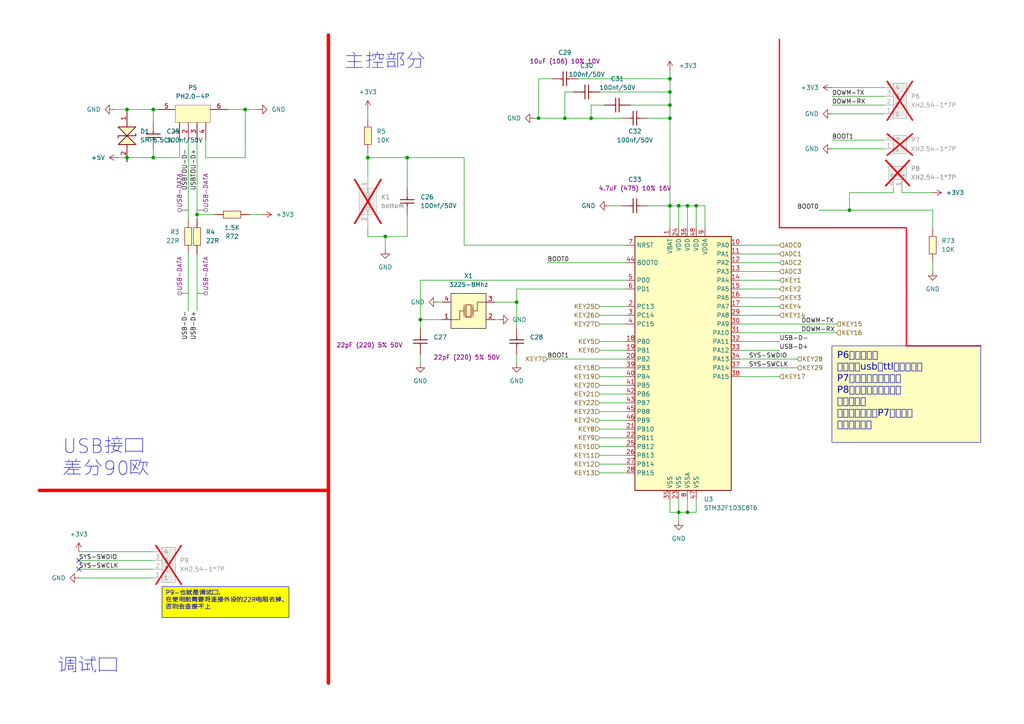
<source format=kicad_sch>
(kicad_sch (version 20231120) (generator "eeschema") (generator_version "8.0")
  (paper "A4")
  (lib_symbols
    (symbol "power:+3V3" (power) (pin_numbers hide) (pin_names (offset 0) hide)
      (property "Value" "+3V3" (at 0 3.556 0))
      (symbol "+3V3_0_1"
        (polyline (pts (xy -0.762 1.27) (xy 0 2.54)))
        (polyline (pts (xy 0 0) (xy 0 2.54)))
        (polyline (pts (xy 0 2.54) (xy 0.762 1.27)))
      )
      (symbol "+3V3_1_1"
        (pin power_in line (at 0 0 90) (length 0) (name "~") (number "1"))
      )
    )
    (symbol "power:+5V" (power) (pin_numbers hide) (pin_names (offset 0) hide)
      (property "Value" "+5V" (at 0 3.556 0))
      (symbol "+5V_0_1"
        (polyline (pts (xy -0.762 1.27) (xy 0 2.54)))
        (polyline (pts (xy 0 0) (xy 0 2.54)))
        (polyline (pts (xy 0 2.54) (xy 0.762 1.27)))
      )
      (symbol "+5V_1_1"
        (pin power_in line (at 0 0 90) (length 0) (name "~") (number "1"))
      )
    )
    (symbol "power:GND" (power) (pin_numbers hide) (pin_names (offset 0) hide)
      (property "Value" "GND" (at 0 -3.81 0))
      (symbol "GND_0_1"
        (polyline (pts (xy 0 0) (xy 0 -1.27) (xy 1.27 -1.27) (xy 0 -2.54) (xy -1.27 -1.27) (xy 0 -1.27)))
      )
      (symbol "GND_1_1"
        (pin power_in line (at 0 0 270) (length 0) (name "~") (number "1"))
      )
    )
    (symbol "self_MCU:STM32F103C8T6"
      (property "Reference" "U" (at -12.7 39.37 0))
      (property "Value" "STM32F103C8T6" (at 10.668 -38.1 0))
      (symbol "STM32F103C8T6_0_1"
        (rectangle (start -12.7 38.1) (end 15.24 -35.56) (stroke (width 0.254)) (fill (type background)))
      )
      (symbol "STM32F103C8T6_1_1"
        (pin passive line (at -2.54 40.64 270) (length 2.54) (name "VBAT") (number "1"))
        (pin passive line (at 17.78 35.56 180) (length 2.54) (name "PA0") (number "10"))
        (pin passive line (at 17.78 33.02 180) (length 2.54) (name "PA1") (number "11"))
        (pin passive line (at 17.78 30.48 180) (length 2.54) (name "PA2") (number "12"))
        (pin passive line (at 17.78 27.94 180) (length 2.54) (name "PA3") (number "13"))
        (pin passive line (at 17.78 25.4 180) (length 2.54) (name "PA4") (number "14"))
        (pin passive line (at 17.78 22.86 180) (length 2.54) (name "PA5") (number "15"))
        (pin passive line (at 17.78 20.32 180) (length 2.54) (name "PA6") (number "16"))
        (pin passive line (at 17.78 17.78 180) (length 2.54) (name "PA7") (number "17"))
        (pin passive line (at -15.24 7.62 0) (length 2.54) (name "PB0") (number "18"))
        (pin passive line (at -15.24 5.08 0) (length 2.54) (name "PB1") (number "19"))
        (pin passive line (at -15.24 17.78 0) (length 2.54) (name "PC13") (number "2"))
        (pin passive line (at -15.24 2.54 0) (length 2.54) (name "PB2") (number "20"))
        (pin passive line (at -15.24 -17.78 0) (length 2.54) (name "PB10") (number "21"))
        (pin passive line (at -15.24 -20.32 0) (length 2.54) (name "PB11") (number "22"))
        (pin passive line (at 0 -38.1 90) (length 2.54) (name "VSS") (number "23"))
        (pin passive line (at 0 40.64 270) (length 2.54) (name "VDD") (number "24"))
        (pin passive line (at -15.24 -22.86 0) (length 2.54) (name "PB12") (number "25"))
        (pin passive line (at -15.24 -25.4 0) (length 2.54) (name "PB13") (number "26"))
        (pin passive line (at -15.24 -27.94 0) (length 2.54) (name "PB14") (number "27"))
        (pin passive line (at -15.24 -30.48 0) (length 2.54) (name "PB15") (number "28"))
        (pin passive line (at 17.78 15.24 180) (length 2.54) (name "PA8") (number "29"))
        (pin passive line (at -15.24 15.24 0) (length 2.54) (name "PC14") (number "3"))
        (pin passive line (at 17.78 12.7 180) (length 2.54) (name "PA9") (number "30"))
        (pin passive line (at 17.78 10.16 180) (length 2.54) (name "PA10") (number "31"))
        (pin passive line (at 17.78 7.62 180) (length 2.54) (name "PA11") (number "32"))
        (pin passive line (at 17.78 5.08 180) (length 2.54) (name "PA12") (number "33"))
        (pin passive line (at 17.78 2.54 180) (length 2.54) (name "PA13") (number "34"))
        (pin passive line (at -2.54 -38.1 90) (length 2.54) (name "VSS") (number "35"))
        (pin passive line (at 2.54 40.64 270) (length 2.54) (name "VDD") (number "36"))
        (pin passive line (at 17.78 0 180) (length 2.54) (name "PA14") (number "37"))
        (pin passive line (at 17.78 -2.54 180) (length 2.54) (name "PA15") (number "38"))
        (pin passive line (at -15.24 0 0) (length 2.54) (name "PB3") (number "39"))
        (pin passive line (at -15.24 12.7 0) (length 2.54) (name "PC15") (number "4"))
        (pin passive line (at -15.24 -2.54 0) (length 2.54) (name "PB4") (number "40"))
        (pin passive line (at -15.24 -5.08 0) (length 2.54) (name "PB5") (number "41"))
        (pin passive line (at -15.24 -7.62 0) (length 2.54) (name "PB6") (number "42"))
        (pin passive line (at -15.24 -10.16 0) (length 2.54) (name "PB7") (number "43"))
        (pin passive line (at -15.24 30.48 0) (length 2.54) (name "BOOT0") (number "44"))
        (pin passive line (at -15.24 -12.7 0) (length 2.54) (name "PB8") (number "45"))
        (pin passive line (at -15.24 -15.24 0) (length 2.54) (name "PB9") (number "46"))
        (pin passive line (at 5.08 -38.1 90) (length 2.54) (name "VSS") (number "47"))
        (pin passive line (at 5.08 40.64 270) (length 2.54) (name "VDD") (number "48"))
        (pin passive line (at -15.24 25.4 0) (length 2.54) (name "PD0") (number "5"))
        (pin passive line (at -15.24 22.86 0) (length 2.54) (name "PD1") (number "6"))
        (pin passive line (at -15.24 35.56 0) (length 2.54) (name "NRST") (number "7"))
        (pin passive line (at 2.54 -38.1 90) (length 2.54) (name "VSSA") (number "8"))
        (pin passive line (at 7.62 40.64 270) (length 2.54) (name "VDDA") (number "9"))
      )
    )
    (symbol "self_connect:2.54PIN-1*2"
      (property "Reference" "P" (at -1.524 12.192 0))
      (property "Value" "XH2.54-1*7P" (at -1.27 -1.27 0))
      (symbol "2.54PIN-1*2_1_1"
        (rectangle (start 0 5.08) (end 3.81 0) (fill (type background)))
        (pin passive line (at -2.54 1.27 0) (length 2.54) (name "1") (number "1"))
        (pin passive line (at -2.54 3.81 0) (length 2.54) (name "2") (number "2"))
      )
    )
    (symbol "self_connect:2.54PIN-1*4"
      (property "Reference" "P" (at -1.524 12.192 0))
      (property "Value" "XH2.54-1*7P" (at -1.27 -1.27 0))
      (symbol "2.54PIN-1*4_1_1"
        (rectangle (start 0 10.16) (end 3.81 0) (fill (type background)))
        (pin passive line (at -2.54 1.27 0) (length 2.54) (name "1") (number "1"))
        (pin passive line (at -2.54 3.81 0) (length 2.54) (name "2") (number "2"))
        (pin passive line (at -2.54 6.35 0) (length 2.54) (name "3") (number "3"))
        (pin passive line (at -2.54 8.89 0) (length 2.54) (name "4") (number "4"))
      )
    )
    (symbol "self_connect:PH2.0-4P-LT"
      (property "Reference" "P" (at 1.27 11.43 0))
      (property "Value" "PH2.0-4P" (at 12.7 -2.54 0))
      (symbol "PH2.0-4P-LT_0_1"
        (rectangle (start 0 0) (end 5.08 10.16) (stroke (width 0.01)) (fill (type background)))
      )
      (symbol "PH2.0-4P-LT_1_1"
        (pin passive line (at -5.08 8.89 0) (length 5.08) (name "") (number "1"))
        (pin passive line (at -5.08 6.35 0) (length 5.08) (name "") (number "2"))
        (pin passive line (at -5.08 3.81 0) (length 5.08) (name "") (number "3"))
        (pin passive line (at -5.08 1.27 0) (length 5.08) (name "") (number "4"))
        (pin passive line (at 3.81 15.24 270) (length 5.08) (name "") (number "5"))
        (pin passive line (at 3.81 -5.08 90) (length 5.08) (name "") (number "6"))
      )
    )
    (symbol "self_no_source:0603C" (pin_numbers hide) (pin_names (offset 1.016) hide)
      (property "Reference" "C" (at -2.54 1.905 0))
      (property "Value" "0603C" (at 0.635 -3.175 0))
      (symbol "0603C_1_1"
        (polyline (pts (xy -1.27 0) (xy -0.508 0)) (stroke (width 0.254)))
        (polyline (pts (xy -0.508 -2.032) (xy -0.508 2.032)) (stroke (width 0.254)))
        (polyline (pts (xy 0.508 2.032) (xy 0.508 -2.032)) (stroke (width 0.254)))
        (polyline (pts (xy 1.27 0) (xy 0.508 0)) (stroke (width 0.254)))
        (pin passive line (at -3.81 0 0) (length 2.54) (name "1") (number "1"))
        (pin passive line (at 3.81 0 180) (length 2.54) (name "2") (number "2"))
      )
    )
    (symbol "self_no_source:0603R" (pin_numbers hide) (pin_names (offset 1.016) hide)
      (property "Reference" "R" (at -2.54 1.27 0))
      (property "Value" "0603R" (at -3.175 -3.175 0))
      (symbol "0603R_1_1"
        (rectangle (start -2.54 -1.016) (end 2.54 1.016) (fill (type background)))
        (pin passive line (at -5.08 0 0) (length 2.54) (name "1") (number "1"))
        (pin passive line (at 5.08 0 180) (length 2.54) (name "2") (number "2"))
      )
    )
    (symbol "self_no_source:3225-OSC" (pin_names (offset 1.016) hide)
      (property "Reference" "X" (at 1.27 11.43 0))
      (property "Value" "3225-OSA" (at 12.7 -1.27 0))
      (symbol "3225-OSC_1_1"
        (polyline (pts (xy 3.81 3.302) (xy 3.81 6.858)) (stroke (width 0.1524)))
        (polyline (pts (xy 3.81 4.064) (xy 3.81 6.096)) (stroke (width 0.1524)))
        (polyline (pts (xy 5.842 3.302) (xy 4.318 3.302)) (stroke (width 0.1524)))
        (polyline (pts (xy 6.35 3.302) (xy 6.35 6.858)) (stroke (width 0.1524)))
        (polyline (pts (xy 6.35 4.064) (xy 6.35 6.096)) (stroke (width 0.1524)))
        (polyline (pts (xy 0 2.54) (xy 2.54 2.54) (xy 2.54 5.08) (xy 3.556 5.08)) (stroke (width 0.1524)))
        (polyline (pts (xy 4.318 3.302) (xy 4.318 6.858) (xy 5.842 6.858) (xy 5.842 3.302)) (stroke (width 0.1524)))
        (polyline (pts (xy 10.16 7.62) (xy 7.62 7.62) (xy 7.62 5.08) (xy 6.604 5.08)) (stroke (width 0.1524)))
        (polyline (pts (xy 5.842 6.858) (xy 5.842 3.302) (xy 4.318 3.302) (xy 4.318 6.858) (xy 5.842 6.858)) (stroke (width 0.1524)))
        (rectangle (start 0 10.16) (end 10.16 0) (stroke (width 0.1524) (color 0 0 0 1)) (fill (type background)))
        (pin passive line (at -2.54 2.54 0) (length 2.54) (name "OSC1") (number "1"))
        (pin passive line (at 12.7 2.54 180) (length 2.54) (name "GND") (number "2"))
        (pin passive line (at 12.7 7.62 180) (length 2.54) (name "OSC2") (number "3"))
        (pin passive line (at -2.54 7.62 0) (length 2.54) (name "GND") (number "4"))
      )
    )
    (symbol "self_no_source:SMF6.5CA"
      (property "Reference" "D" (at 0.635 5.08 0))
      (property "Value" "SMF6.5CA" (at 3.81 -5.08 0))
      (symbol "SMF6.5CA_0_1"
        (polyline (pts (xy -0.635 2.54) (xy 0 2.54)) (stroke (width 0.254)))
        (polyline (pts (xy 0 -2.54) (xy 0.635 -2.54)) (stroke (width 0.254)))
      )
      (symbol "SMF6.5CA_1_1"
        (polyline (pts (xy 0 2.54) (xy 0 -2.54)) (stroke (width 0.254)))
        (polyline (pts (xy -2.54 -2.54) (xy 0 0) (xy -2.54 2.54) (xy -2.54 -2.54)) (stroke (width 0.254)) (fill (type background)))
        (polyline (pts (xy 2.54 2.54) (xy 0 0) (xy 2.54 -2.54) (xy 2.54 2.54)) (stroke (width 0.254)) (fill (type background)))
        (pin passive line (at -7.62 0 0) (length 5.08) (name "") (number "1"))
        (pin passive line (at 7.62 0 180) (length 5.08) (name "") (number "2"))
      )
    )
    (symbol "self_no_source:key"
      (property "Reference" "K" (at -2.54 3.81 0))
      (property "Value" "key" (at 1.27 -3.81 0))
      (symbol "key_0_0"
        (circle (center -2.032 0) (radius 0.508))
        (polyline (pts (xy -1.524 0.127) (xy 2.3622 1.1684)))
        (circle (center 2.032 0) (radius 0.508))
      )
      (symbol "key_0_1"
        (rectangle (start -3.81 2.54) (end 3.81 -2.54) (stroke (width 0.01)) (fill (type background)))
      )
      (symbol "key_1_1"
        (pin passive line (at -7.62 0 0) (length 5.08) (name "~") (number "1"))
        (pin passive line (at 7.62 0 180) (length 5.08) (name "~") (number "2"))
      )
    )
  )
  (junction (at 57.15 62.23))
  (junction (at 118.11 45.72))
  (junction (at 106.68 45.72))
  (junction (at 121.92 92.71))
  (junction (at 246.38 60.96))
  (junction (at 194.31 26.67))
  (junction (at 194.31 59.69))
  (junction (at 171.45 34.29))
  (junction (at 36.83 45.72))
  (junction (at 44.45 31.75))
  (junction (at 149.86 87.63))
  (junction (at 71.12 31.75))
  (junction (at 156.21 34.29))
  (junction (at 44.45 45.72))
  (junction (at 196.85 59.69))
  (junction (at 194.31 22.86))
  (junction (at 194.31 34.29))
  (junction (at 163.83 34.29))
  (junction (at 36.83 31.75))
  (junction (at 111.76 68.58))
  (junction (at 199.39 59.69))
  (junction (at 194.31 30.48))
  (junction (at 201.93 59.69))
  (junction (at 199.39 148.59))
  (junction (at 196.85 148.59))
  (no_connect (at 22.86 162.56))
  (no_connect (at 22.86 165.1))
  (wire (pts (xy 22.86 160.02) (xy 44.45 160.02)))
  (wire (pts (xy 194.31 26.67) (xy 173.99 26.67)))
  (wire (pts (xy 44.45 45.72) (xy 36.83 45.72)))
  (wire (pts (xy 214.63 86.36) (xy 226.06 86.36)))
  (wire (pts (xy 175.26 30.48) (xy 171.45 30.48)))
  (wire (pts (xy 173.99 101.6) (xy 181.61 101.6)))
  (wire (pts (xy 121.92 81.28) (xy 181.61 81.28)))
  (wire (pts (xy 66.04 31.75) (xy 71.12 31.75)))
  (wire (pts (xy 118.11 45.72) (xy 106.68 45.72)))
  (wire (pts (xy 201.93 144.78) (xy 201.93 148.59)))
  (wire (pts (xy 57.15 62.23) (xy 62.23 62.23)))
  (wire (pts (xy 199.39 144.78) (xy 199.39 148.59)))
  (wire (pts (xy 59.69 45.72) (xy 71.12 45.72)))
  (wire (pts (xy 204.47 66.04) (xy 204.47 59.69)))
  (wire (pts (xy 173.99 119.38) (xy 181.61 119.38)))
  (wire (pts (xy 214.63 78.74) (xy 226.06 78.74)))
  (wire (pts (xy 173.99 132.08) (xy 181.61 132.08)))
  (wire (pts (xy 270.51 66.04) (xy 270.51 60.96)))
  (wire (pts (xy 173.99 111.76) (xy 181.61 111.76)))
  (wire (pts (xy 149.86 87.63) (xy 149.86 95.25)))
  (wire (pts (xy 106.68 31.75) (xy 106.68 34.29)))
  (wire (pts (xy 214.63 83.82) (xy 226.06 83.82)))
  (wire (pts (xy 118.11 62.23) (xy 118.11 68.58)))
  (wire (pts (xy 194.31 22.86) (xy 167.64 22.86)))
  (wire (pts (xy 196.85 59.69) (xy 196.85 66.04)))
  (wire (pts (xy 149.86 83.82) (xy 181.61 83.82)))
  (wire (pts (xy 121.92 81.28) (xy 121.92 92.71)))
  (wire (pts (xy 57.15 40.64) (xy 57.15 62.23)))
  (wire (pts (xy 241.3 27.94) (xy 256.54 27.94)))
  (wire (pts (xy 44.45 31.75) (xy 45.72 31.75)))
  (wire (pts (xy 173.99 99.06) (xy 181.61 99.06)))
  (wire (pts (xy 143.51 87.63) (xy 149.86 87.63)))
  (wire (pts (xy 199.39 148.59) (xy 196.85 148.59)))
  (wire (pts (xy 71.12 45.72) (xy 71.12 31.75)))
  (wire (pts (xy 173.99 116.84) (xy 181.61 116.84)))
  (wire (pts (xy 71.12 31.75) (xy 74.93 31.75)))
  (wire (pts (xy 214.63 96.52) (xy 242.57 96.52)))
  (wire (pts (xy 118.11 68.58) (xy 111.76 68.58)))
  (wire (pts (xy 173.99 106.68) (xy 181.61 106.68)))
  (wire (pts (xy 246.38 55.88) (xy 259.08 55.88)))
  (wire (pts (xy 196.85 59.69) (xy 194.31 59.69)))
  (wire (pts (xy 214.63 91.44) (xy 226.06 91.44)))
  (wire (pts (xy 76.2 62.23) (xy 72.39 62.23)))
  (wire (pts (xy 194.31 30.48) (xy 182.88 30.48)))
  (wire (pts (xy 106.68 45.72) (xy 106.68 50.8)))
  (wire (pts (xy 214.63 76.2) (xy 226.06 76.2)))
  (wire (pts (xy 196.85 148.59) (xy 196.85 151.13)))
  (wire (pts (xy 158.75 104.14) (xy 181.61 104.14)))
  (wire (pts (xy 106.68 68.58) (xy 111.76 68.58)))
  (wire (pts (xy 261.62 55.88) (xy 270.51 55.88)))
  (wire (pts (xy 199.39 59.69) (xy 196.85 59.69)))
  (wire (pts (xy 241.3 40.64) (xy 256.54 40.64)))
  (wire (pts (xy 52.07 40.64) (xy 52.07 45.72)))
  (wire (pts (xy 187.96 59.69) (xy 194.31 59.69)))
  (wire (pts (xy 214.63 106.68) (xy 231.14 106.68)))
  (wire (pts (xy 111.76 68.58) (xy 111.76 72.39)))
  (wire (pts (xy 214.63 109.22) (xy 226.06 109.22)))
  (wire (pts (xy 199.39 59.69) (xy 199.39 66.04)))
  (wire (pts (xy 214.63 104.14) (xy 231.14 104.14)))
  (wire (pts (xy 246.38 55.88) (xy 246.38 60.96)))
  (wire (pts (xy 214.63 101.6) (xy 226.06 101.6)))
  (polyline (pts (xy 262.89 100.33) (xy 284.48 100.33)) (stroke (width 0.4) (color 255 18 43 1)))
  (wire (pts (xy 36.83 31.75) (xy 44.45 31.75)))
  (wire (pts (xy 166.37 26.67) (xy 163.83 26.67)))
  (wire (pts (xy 106.68 66.04) (xy 106.68 68.58)))
  (wire (pts (xy 194.31 20.32) (xy 194.31 22.86)))
  (polyline (pts (xy 262.89 66.04) (xy 262.89 100.33)) (stroke (width 0.4) (color 255 18 43 1)))
  (wire (pts (xy 173.99 88.9) (xy 181.61 88.9)))
  (wire (pts (xy 173.99 124.46) (xy 181.61 124.46)))
  (wire (pts (xy 171.45 30.48) (xy 171.45 34.29)))
  (wire (pts (xy 201.93 59.69) (xy 201.93 66.04)))
  (wire (pts (xy 118.11 45.72) (xy 134.62 45.72)))
  (wire (pts (xy 194.31 59.69) (xy 194.31 66.04)))
  (wire (pts (xy 214.63 71.12) (xy 226.06 71.12)))
  (wire (pts (xy 134.62 45.72) (xy 134.62 71.12)))
  (wire (pts (xy 33.02 31.75) (xy 36.83 31.75)))
  (wire (pts (xy 163.83 34.29) (xy 156.21 34.29)))
  (wire (pts (xy 194.31 30.48) (xy 194.31 34.29)))
  (wire (pts (xy 134.62 71.12) (xy 181.61 71.12)))
  (wire (pts (xy 173.99 93.98) (xy 181.61 93.98)))
  (wire (pts (xy 194.31 144.78) (xy 194.31 148.59)))
  (wire (pts (xy 121.92 102.87) (xy 121.92 105.41)))
  (wire (pts (xy 149.86 83.82) (xy 149.86 87.63)))
  (wire (pts (xy 261.62 55.88) (xy 261.62 54.61)))
  (wire (pts (xy 270.51 60.96) (xy 246.38 60.96)))
  (wire (pts (xy 194.31 148.59) (xy 196.85 148.59)))
  (wire (pts (xy 173.99 129.54) (xy 181.61 129.54)))
  (wire (pts (xy 214.63 88.9) (xy 226.06 88.9)))
  (wire (pts (xy 214.63 99.06) (xy 226.06 99.06)))
  (wire (pts (xy 106.68 44.45) (xy 106.68 45.72)))
  (wire (pts (xy 173.99 114.3) (xy 181.61 114.3)))
  (wire (pts (xy 57.15 62.23) (xy 57.15 63.5)))
  (wire (pts (xy 173.99 134.62) (xy 181.61 134.62)))
  (wire (pts (xy 44.45 43.18) (xy 44.45 45.72)))
  (wire (pts (xy 194.31 22.86) (xy 194.31 26.67)))
  (wire (pts (xy 57.15 73.66) (xy 57.15 90.17)))
  (polyline (pts (xy 226.06 66.04) (xy 262.89 66.04)) (stroke (width 0.4) (color 255 18 43 1)))
  (wire (pts (xy 44.45 31.75) (xy 44.45 35.56)))
  (wire (pts (xy 163.83 26.67) (xy 163.83 34.29)))
  (wire (pts (xy 143.51 92.71) (xy 144.78 92.71)))
  (wire (pts (xy 121.92 92.71) (xy 128.27 92.71)))
  (wire (pts (xy 149.86 102.87) (xy 149.86 105.41)))
  (wire (pts (xy 201.93 59.69) (xy 199.39 59.69)))
  (wire (pts (xy 36.83 45.72) (xy 34.29 45.72)))
  (wire (pts (xy 246.38 60.96) (xy 237.49 60.96)))
  (wire (pts (xy 173.99 91.44) (xy 181.61 91.44)))
  (polyline (pts (xy 95.25 10.16) (xy 95.25 198.12)) (stroke (width 1) (type solid) (color 255 0 0 1)))
  (wire (pts (xy 52.07 45.72) (xy 44.45 45.72)))
  (wire (pts (xy 204.47 59.69) (xy 201.93 59.69)))
  (wire (pts (xy 44.45 167.64) (xy 22.86 167.64)))
  (wire (pts (xy 270.51 76.2) (xy 270.51 78.74)))
  (wire (pts (xy 173.99 109.22) (xy 181.61 109.22)))
  (wire (pts (xy 127 87.63) (xy 128.27 87.63)))
  (wire (pts (xy 196.85 144.78) (xy 196.85 148.59)))
  (wire (pts (xy 59.69 40.64) (xy 59.69 45.72)))
  (wire (pts (xy 121.92 92.71) (xy 121.92 95.25)))
  (wire (pts (xy 173.99 127) (xy 181.61 127)))
  (wire (pts (xy 241.3 25.4) (xy 256.54 25.4)))
  (wire (pts (xy 156.21 34.29) (xy 154.94 34.29)))
  (wire (pts (xy 22.86 165.1) (xy 44.45 165.1)))
  (wire (pts (xy 22.86 162.56) (xy 44.45 162.56)))
  (wire (pts (xy 36.83 45.72) (xy 36.83 46.99)))
  (wire (pts (xy 214.63 93.98) (xy 242.57 93.98)))
  (wire (pts (xy 173.99 137.16) (xy 181.61 137.16)))
  (wire (pts (xy 194.31 26.67) (xy 194.31 30.48)))
  (wire (pts (xy 180.34 34.29) (xy 171.45 34.29)))
  (wire (pts (xy 158.75 76.2) (xy 181.61 76.2)))
  (wire (pts (xy 259.08 54.61) (xy 259.08 55.88)))
  (wire (pts (xy 54.61 73.66) (xy 54.61 90.17)))
  (wire (pts (xy 173.99 121.92) (xy 181.61 121.92)))
  (wire (pts (xy 194.31 34.29) (xy 194.31 59.69)))
  (polyline (pts (xy 11.43 142.24) (xy 95.25 142.24)) (stroke (width 1) (type solid) (color 255 0 0 1)))
  (wire (pts (xy 54.61 40.64) (xy 54.61 63.5)))
  (polyline (pts (xy 226.06 11.43) (xy 226.06 66.04)) (stroke (width 0.4) (color 255 18 43 1)))
  (wire (pts (xy 176.53 59.69) (xy 180.34 59.69)))
  (wire (pts (xy 171.45 34.29) (xy 163.83 34.29)))
  (wire (pts (xy 201.93 148.59) (xy 199.39 148.59)))
  (wire (pts (xy 214.63 73.66) (xy 226.06 73.66)))
  (wire (pts (xy 156.21 22.86) (xy 156.21 34.29)))
  (wire (pts (xy 214.63 81.28) (xy 226.06 81.28)))
  (wire (pts (xy 241.3 30.48) (xy 256.54 30.48)))
  (wire (pts (xy 241.3 43.18) (xy 256.54 43.18)))
  (wire (pts (xy 241.3 33.02) (xy 256.54 33.02)))
  (wire (pts (xy 160.02 22.86) (xy 156.21 22.86)))
  (wire (pts (xy 194.31 34.29) (xy 187.96 34.29)))
  (wire (pts (xy 118.11 54.61) (xy 118.11 45.72)))
  (text_box "P6为下载口，\n需要使用usb转ttl进行下载，\nP7在下载前需要短接，\nP8在下载前也需要短接\n然后下载，\n下载完成后去掉P7的焊线，\n即可正常使用" (at 241.3 100.33 0) (size 43.18 27.94) (fill (type color) (color 255 255 194 1)) (effects (font (size 2 2)) (justify left top)))
  (text_box "P9-也就是调试口，\n在使用前需要将连接外设的22R电阻去掉，\n否则会连接不上" (at 46.99 170.18 0) (size 36.83 8.89) (fill (type color) (color 254 255 7 1)) (effects (font (size 1.27 1.27)) (justify left top)))
  (text "主控部分" (at 99.822 20.32 0) (effects (font (size 4 4)) (justify left bottom)))
  (text "调试口" (at 16.51 195.58 0) (effects (font (size 4 4)) (justify left bottom)))
  (text "USB接口\n差分90欧" (at 18.034 138.43 0) (effects (font (size 4 4)) (justify left bottom)))
  (label "USB-D-" (at 226.06 99.06 0))
  (label "USB-D-" (at 54.61 90.17 270))
  (label "SYS-SWDIO" (at 217.17 104.14 0))
  (label "DOWM-TX" (at 232.41 93.98 0))
  (label "DOWM-RX" (at 232.41 96.52 0))
  (label "SYS-SWDIO" (at 22.86 162.56 0))
  (label "BOOT1" (at 241.3 40.64 0))
  (label "BOOT0" (at 237.49 60.96 180))
  (label "SYS-SWCLK" (at 22.86 165.1 0))
  (label "USB-D+" (at 57.15 90.17 270))
  (label "USBTOU-D+" (at 57.15 43.18 270))
  (label "BOOT1" (at 158.75 104.14 0))
  (label "DOWM-RX" (at 241.3 30.48 0))
  (label "BOOT0" (at 158.75 76.2 0))
  (label "USBTOU-D-" (at 54.61 43.18 270))
  (label "DOWM-TX" (at 241.3 27.94 0))
  (label "USB-D+" (at 226.06 101.6 0))
  (label "SYS-SWCLK" (at 217.17 106.68 0))
  (hierarchical_label "KEY18" (shape input) (at 173.99 106.68 180))
  (hierarchical_label "KEY3" (shape input) (at 226.06 86.36 0))
  (hierarchical_label "KEY24" (shape input) (at 173.99 121.92 180))
  (hierarchical_label "KEY2" (shape input) (at 226.06 83.82 0))
  (hierarchical_label "KEY26" (shape input) (at 173.99 91.44 180))
  (hierarchical_label "KEY6" (shape input) (at 173.99 101.6 180))
  (hierarchical_label "KEY7" (shape input) (at 158.75 104.14 180))
  (hierarchical_label "KEY4" (shape input) (at 226.06 88.9 0))
  (hierarchical_label "KEY28" (shape input) (at 231.14 104.14 0))
  (hierarchical_label "KEY11" (shape input) (at 173.99 132.08 180))
  (hierarchical_label "ADC1" (shape input) (at 226.06 73.66 0))
  (hierarchical_label "KEY14" (shape input) (at 226.06 91.44 0))
  (hierarchical_label "KEY8" (shape input) (at 173.99 124.46 180))
  (hierarchical_label "KEY21" (shape input) (at 173.99 114.3 180))
  (hierarchical_label "KEY5" (shape input) (at 173.99 99.06 180))
  (hierarchical_label "ADC3" (shape input) (at 226.06 78.74 0))
  (hierarchical_label "KEY22" (shape input) (at 173.99 116.84 180))
  (hierarchical_label "KEY15" (shape input) (at 242.57 93.98 0))
  (hierarchical_label "KEY19" (shape input) (at 173.99 109.22 180))
  (hierarchical_label "KEY27" (shape input) (at 173.99 93.98 180))
  (hierarchical_label "ADC2" (shape input) (at 226.06 76.2 0))
  (hierarchical_label "KEY17" (shape input) (at 226.06 109.22 0))
  (hierarchical_label "KEY10" (shape input) (at 173.99 129.54 180))
  (hierarchical_label "KEY12" (shape input) (at 173.99 134.62 180))
  (hierarchical_label "KEY23" (shape input) (at 173.99 119.38 180))
  (hierarchical_label "KEY1" (shape input) (at 226.06 81.28 0))
  (hierarchical_label "ADC0" (shape input) (at 226.06 71.12 0))
  (hierarchical_label "KEY13" (shape input) (at 173.99 137.16 180))
  (hierarchical_label "KEY29" (shape input) (at 231.14 106.68 0))
  (hierarchical_label "KEY16" (shape input) (at 242.57 96.52 0))
  (hierarchical_label "KEY25" (shape input) (at 173.99 88.9 180))
  (hierarchical_label "KEY9" (shape input) (at 173.99 127 180))
  (hierarchical_label "KEY20" (shape input) (at 173.99 111.76 180))
  (netclass_flag "" (length 2.54) (shape round) (at 57.15 85.09 270) (property "Netclass" "USB-DATA" (at 59.69 84.3915 90) (effects (font (italic yes)) (justify left))))
  (netclass_flag "" (length 2.54) (shape round) (at 54.61 60.96 90) (property "Netclass" "USB-DATA" (at 52.07 60.2615 90) (effects (font (italic yes)) (justify left))))
  (netclass_flag "" (length 2.54) (shape round) (at 57.15 60.96 270) (property "Netclass" "USB-DATA" (at 59.69 60.2615 90) (effects (font (italic yes)) (justify left))))
  (netclass_flag "" (length 2.54) (shape round) (at 54.61 85.09 90) (property "Netclass" "USB-DATA" (at 52.07 84.3915 90) (effects (font (italic yes)) (justify left))))
  (symbol (lib_id "self_no_source:0603R") (at 57.15 68.58 270) (unit 1)
    (property "Reference" "R4" (at 59.69 67.3099 90) (effects (justify left)))
    (property "Value" "22R" (at 59.69 69.8499 90) (effects (justify left)))
    (property "Footprint" "self-mod:0603_R" (effects (hide yes)))
    (property "Datasheet" "http://www.szlcsc.com/product/details_21903.html" (effects (hide yes)))
    (property "Description" "RES" (effects (hide yes)))
  )
  (symbol (lib_id "power:GND") (at 196.85 151.13 0) (unit 1)
    (property "Reference" "#PWR049" (effects (hide yes)))
    (property "Value" "GND" (at 196.85 156.21 0))
    (property "Description" "Power symbol creates a global label with name \"GND\" , ground" (effects (hide yes)))
    (instances (project "ternel_box" (path "" (reference "#PWR049") (unit 1))) (project "foc-test" (path "" (reference "#PWR?") (unit 1))) (project "bulsh-handel-part" (path "" (reference "#PWR?") (unit 1))))
  )
  (symbol (lib_id "self_no_source:0603C") (at 149.86 99.06 270) (unit 1)
    (property "Reference" "C28" (at 153.67 97.7899 90) (effects (justify left)))
    (property "Value" "22pf/50V" (effects (hide yes)))
    (property "Footprint" "self-mod:0603_C" (effects (hide yes)))
    (property "Datasheet" "http://www.szlcsc.com/product/details_16531.html" (effects (hide yes)))
    (property "Description" "CAP" (effects (hide yes)))
    (property "description" "贴片电容" (effects (hide yes)))
    (property "ComponentLink1Description" "供应商链接" (effects (hide yes)))
    (property "Package" "0603" (effects (hide yes)))
    (property "Supplier" "LC" (effects (hide yes)))
    (property "SuppliersPartNumber" "C1653" (effects (hide yes)))
    (property "Comment" "22pF (220) 5% 50V" (at 125.73 103.632 90) (effects (justify left)))
    (instances (project "ternel_box" (path "" (reference "C28") (unit 1))) (project "foc-test" (path "" (reference "C?") (unit 1))) (project "bulsh-handel-part" (path "" (reference "C?") (unit 1))))
  )
  (symbol (lib_id "power:GND") (at 176.53 59.69 270) (unit 1)
    (property "Reference" "#PWR047" (effects (hide yes)))
    (property "Value" "GND" (at 172.72 59.6899 90) (effects (justify right)))
    (property "Description" "Power symbol creates a global label with name \"GND\" , ground" (effects (hide yes)))
    (instances (project "ternel_box" (path "" (reference "#PWR047") (unit 1))) (project "bulsh-handel-part" (path "" (reference "#PWR?") (unit 1))))
  )
  (symbol (lib_id "self_no_source:3225-OSC") (at 130.81 95.25 0) (unit 1)
    (property "Reference" "X1" (at 135.89 80.01 0))
    (property "Value" "3225-8Mhz" (at 135.89 82.55 0))
    (property "Footprint" "self-mod:OSC-SMD_4P-L3.2-W2.5-BL" (effects (hide yes)))
    (property "Description" "无源晶振" (effects (hide yes)))
    (instances (project "ternel_box" (path "" (reference "X1") (unit 1))) (project "foc-test" (path "" (reference "X?") (unit 1))) (project "bulsh-handel-part" (path "" (reference "X?") (unit 1))))
  )
  (symbol (lib_id "self_no_source:0603C") (at 184.15 34.29 180) (unit 1)
    (property "Reference" "C32" (at 184.15 38.1 0))
    (property "Value" "100nf/50V" (at 184.15 40.64 0))
    (property "Footprint" "self-mod:0603_C" (effects (hide yes)))
    (property "Datasheet" "http://www.szlcsc.com/product/details_16531.html" (effects (hide yes)))
    (property "Description" "CAP" (effects (hide yes)))
    (instances (project "ternel_box" (path "" (reference "C32") (unit 1))) (project "foc-test" (path "" (reference "C?") (unit 1))) (project "bulsh-handel-part" (path "" (reference "C?") (unit 1))))
  )
  (symbol (lib_id "self_connect:PH2.0-4P-LT") (at 60.96 35.56 90) (unit 1)
    (property "Reference" "P5" (at 55.88 25.4 90))
    (property "Value" "PH2.0-4P" (at 55.88 27.94 90))
    (property "Footprint" "self-connecte:CONN-SMD_PH2.0-4P-LT" (effects (hide yes)))
  )
  (symbol (lib_id "power:GND") (at 111.76 72.39 0) (unit 1)
    (property "Reference" "#PWR040" (effects (hide yes)))
    (property "Value" "GND" (at 111.76 77.47 0))
    (property "Description" "Power symbol creates a global label with name \"GND\" , ground" (effects (hide yes)))
    (instances (project "ternel_box" (path "" (reference "#PWR040") (unit 1))) (project "foc-test" (path "" (reference "#PWR?") (unit 1))) (project "bulsh-handel-part" (path "" (reference "#PWR?") (unit 1))))
  )
  (symbol (lib_id "power:+5V") (at 34.29 45.72 90) (unit 1)
    (property "Reference" "#PWR035" (effects (hide yes)))
    (property "Value" "+5V" (at 30.48 45.7199 90) (effects (justify left)))
    (property "Description" "Power symbol creates a global label with name \"+5V\"" (effects (hide yes)))
  )
  (symbol (lib_id "self_connect:2.54PIN-1*2") (at 262.89 52.07 90) (unit 1) (in_bom no) (dnp yes)
    (property "Reference" "P8" (at 264.16 48.8949 90) (effects (justify right)))
    (property "Value" "XH2.54-1*7P" (at 264.16 51.4349 90) (effects (justify right)))
    (property "Footprint" "self-connecte:2.54PIN-2P" (effects (hide yes)))
    (property "Description" "单排排针7P" (effects (hide yes)))
  )
  (symbol (lib_id "power:GND") (at 144.78 92.71 90) (unit 1)
    (property "Reference" "#PWR043" (effects (hide yes)))
    (property "Value" "GND" (at 148.59 92.7099 90) (effects (justify right)))
    (property "Description" "Power symbol creates a global label with name \"GND\" , ground" (effects (hide yes)))
    (instances (project "ternel_box" (path "" (reference "#PWR043") (unit 1))) (project "foc-test" (path "" (reference "#PWR?") (unit 1))) (project "bulsh-handel-part" (path "" (reference "#PWR?") (unit 1))))
  )
  (symbol (lib_id "self_no_source:0603C") (at 118.11 58.42 270) (unit 1)
    (property "Reference" "C26" (at 121.92 57.1499 90) (effects (justify left)))
    (property "Value" "100nf/50V" (at 121.92 59.6899 90) (effects (justify left)))
    (property "Footprint" "self-mod:0603_C" (effects (hide yes)))
    (property "Datasheet" "http://www.szlcsc.com/product/details_16531.html" (effects (hide yes)))
    (property "Description" "CAP" (effects (hide yes)))
    (instances (project "ternel_box" (path "" (reference "C26") (unit 1))) (project "foc-test" (path "" (reference "C?") (unit 1))) (project "bulsh-handel-part" (path "" (reference "C?") (unit 1))))
  )
  (symbol (lib_id "power:+3V3") (at 270.51 55.88 270) (unit 1)
    (property "Reference" "#PWR084" (effects (hide yes)))
    (property "Value" "+3V3" (at 274.32 55.8799 90) (effects (justify left)))
    (property "Description" "Power symbol creates a global label with name \"+3V3\"" (effects (hide yes)))
  )
  (symbol (lib_id "self_no_source:0603C") (at 121.92 99.06 270) (unit 1)
    (property "Reference" "C27" (at 125.73 97.7899 90) (effects (justify left)))
    (property "Value" "22pf/50V" (effects (hide yes)))
    (property "Footprint" "self-mod:0603_C" (effects (hide yes)))
    (property "Datasheet" "http://www.szlcsc.com/product/details_16531.html" (effects (hide yes)))
    (property "Description" "CAP" (effects (hide yes)))
    (property "description" "贴片电容" (effects (hide yes)))
    (property "ComponentLink1Description" "供应商链接" (effects (hide yes)))
    (property "Package" "0603" (effects (hide yes)))
    (property "Supplier" "LC" (effects (hide yes)))
    (property "SuppliersPartNumber" "C1653" (effects (hide yes)))
    (property "Comment" "22pF (220) 5% 50V" (at 97.536 100.076 90) (effects (justify left)))
    (instances (project "ternel_box" (path "" (reference "C27") (unit 1))) (project "foc-test" (path "" (reference "C?") (unit 1))) (project "bulsh-handel-part" (path "" (reference "C?") (unit 1))))
  )
  (symbol (lib_id "power:GND") (at 154.94 34.29 270) (unit 1)
    (property "Reference" "#PWR045" (effects (hide yes)))
    (property "Value" "GND" (at 151.13 34.2899 90) (effects (justify right)))
    (property "Description" "Power symbol creates a global label with name \"GND\" , ground" (effects (hide yes)))
    (instances (project "ternel_box" (path "" (reference "#PWR045") (unit 1))) (project "foc-test" (path "" (reference "#PWR?") (unit 1))) (project "bulsh-handel-part" (path "" (reference "#PWR?") (unit 1))))
  )
  (symbol (lib_id "power:GND") (at 241.3 33.02 270) (unit 1)
    (property "Reference" "#PWR082" (effects (hide yes)))
    (property "Value" "GND" (at 237.49 33.0199 90) (effects (justify right)))
    (property "Description" "Power symbol creates a global label with name \"GND\" , ground" (effects (hide yes)))
  )
  (symbol (lib_id "power:GND") (at 149.86 105.41 0) (unit 1)
    (property "Reference" "#PWR044" (effects (hide yes)))
    (property "Value" "GND" (at 149.86 110.49 0))
    (property "Description" "Power symbol creates a global label with name \"GND\" , ground" (effects (hide yes)))
    (instances (project "ternel_box" (path "" (reference "#PWR044") (unit 1))) (project "foc-test" (path "" (reference "#PWR?") (unit 1))) (project "bulsh-handel-part" (path "" (reference "#PWR?") (unit 1))))
  )
  (symbol (lib_id "power:+3V3") (at 22.86 160.02 0) (unit 1)
    (property "Reference" "#PWR033" (effects (hide yes)))
    (property "Value" "+3V3" (at 22.86 154.94 0))
    (property "Description" "Power symbol creates a global label with name \"+3V3\"" (effects (hide yes)))
    (instances (project "ternel_box" (path "" (reference "#PWR033") (unit 1))) (project "foc-test" (path "" (reference "#PWR?") (unit 1))) (project "bulsh-handel-part" (path "" (reference "#PWR?") (unit 1))))
  )
  (symbol (lib_id "self_no_source:SMF6.5CA") (at 36.83 39.37 270) (unit 1)
    (property "Reference" "D1" (at 40.64 38.0999 90) (effects (justify left)))
    (property "Value" "SMF6.5CA" (at 40.64 40.6399 90) (effects (justify left)))
    (property "Footprint" "lc_lib:SOD-123" (effects (hide yes)))
    (property "Description" "双向TVS的DEMO,可以用于派生其他器件" (effects (hide yes)))
  )
  (symbol (lib_id "self_no_source:0603R") (at 67.31 62.23 0) (unit 1)
    (property "Reference" "R72" (at 67.31 68.58 0))
    (property "Value" "1.5K" (at 67.31 66.04 0))
    (property "Footprint" "self-mod:0603_R" (effects (hide yes)))
    (property "Datasheet" "http://www.szlcsc.com/product/details_21903.html" (effects (hide yes)))
    (property "Description" "RES" (effects (hide yes)))
  )
  (symbol (lib_id "self_no_source:key") (at 106.68 58.42 270) (unit 1) (in_bom no) (dnp yes)
    (property "Reference" "K1" (at 110.49 57.1499 90) (effects (justify left)))
    (property "Value" "bottom" (at 110.49 59.6899 90) (effects (justify left)))
    (property "Footprint" "self-mod:TACTILE_SWITCH_SMD_6.0X3.5MM" (effects (hide yes)))
    (property "Description" "按键" (effects (hide yes)))
    (instances (project "ternel_box" (path "" (reference "K1") (unit 1))) (project "foc-test" (path "" (reference "K?") (unit 1))) (project "bulsh-handel-part" (path "" (reference "K?") (unit 1))))
  )
  (symbol (lib_id "power:+3V3") (at 76.2 62.23 270) (unit 1)
    (property "Reference" "#PWR081" (effects (hide yes)))
    (property "Value" "+3V3" (at 80.01 62.2301 90) (effects (justify left)))
    (property "Description" "Power symbol creates a global label with name \"+3V3\"" (effects (hide yes)))
  )
  (symbol (lib_id "self_MCU:STM32F103C8T6") (at 196.85 106.68 0) (unit 1)
    (property "Reference" "U3" (at 204.1241 144.78 0) (effects (justify left)))
    (property "Value" "STM32F103C8T6" (at 204.1241 147.32 0) (effects (justify left)))
    (property "Footprint" "self-mod:LQFP-48" (effects (hide yes)))
    (property "Datasheet" "https://www.st.com/resource/en/datasheet/stm32f103c8.pdf" (effects (hide yes)))
    (property "Description" "STMicroelectronics Arm Cortex-M3 MCU, 64-128KB flash, 20KB RAM, 72 MHz, 2.0-3.6V, 37 GPIO, LQFP48" (effects (hide yes)))
    (instances (project "ternel_box" (path "" (reference "U3") (unit 1))) (project "bulsh-handel-part" (path "" (reference "U?") (unit 1))))
  )
  (symbol (lib_id "self_no_source:0603R") (at 54.61 68.58 270) (unit 1)
    (property "Reference" "R3" (at 52.07 67.3099 90) (effects (justify right)))
    (property "Value" "22R" (at 52.07 69.8499 90) (effects (justify right)))
    (property "Footprint" "self-mod:0603_R" (effects (hide yes)))
    (property "Datasheet" "http://www.szlcsc.com/product/details_21903.html" (effects (hide yes)))
    (property "Description" "RES" (effects (hide yes)))
  )
  (symbol (lib_id "self_connect:2.54PIN-1*4") (at 259.08 34.29 0) (unit 1) (in_bom no) (dnp yes)
    (property "Reference" "P6" (at 264.16 27.9399 0) (effects (justify left)))
    (property "Value" "XH2.54-1*7P" (at 264.16 30.4799 0) (effects (justify left)))
    (property "Footprint" "self-connecte:2.54PIN-4P" (effects (hide yes)))
    (property "Description" "单排排针7P" (effects (hide yes)))
  )
  (symbol (lib_id "power:GND") (at 33.02 31.75 270) (unit 1)
    (property "Reference" "#PWR034" (effects (hide yes)))
    (property "Value" "GND" (at 29.21 31.7499 90) (effects (justify right)))
    (property "Description" "Power symbol creates a global label with name \"GND\" , ground" (effects (hide yes)))
  )
  (symbol (lib_id "self_no_source:0603C") (at 163.83 22.86 180) (unit 1)
    (property "Reference" "C29" (at 163.83 15.24 0))
    (property "Value" "10uf/10V" (effects (hide yes)))
    (property "Footprint" "self-mod:0603_C" (effects (hide yes)))
    (property "Datasheet" "http://www.szlcsc.com/product/details_16531.html" (effects (hide yes)))
    (property "Description" "CAP" (effects (hide yes)))
    (property "description" "贴片电容" (effects (hide yes)))
    (property "ComponentLink1Description" "供应商链接" (effects (hide yes)))
    (property "Package" "0603" (effects (hide yes)))
    (property "Supplier" "LC" (effects (hide yes)))
    (property "SuppliersPartNumber" "C19702" (effects (hide yes)))
    (property "Comment" "10uF (106) 10% 10V" (at 163.83 17.78 0))
    (instances (project "ternel_box" (path "" (reference "C29") (unit 1))) (project "foc-test" (path "" (reference "C?") (unit 1))) (project "bulsh-handel-part" (path "" (reference "C?") (unit 1))))
  )
  (symbol (lib_id "power:GND") (at 22.86 167.64 270) (unit 1)
    (property "Reference" "#PWR037" (effects (hide yes)))
    (property "Value" "GND" (at 19.05 167.6399 90) (effects (justify right)))
    (property "Description" "Power symbol creates a global label with name \"GND\" , ground" (effects (hide yes)))
    (instances (project "ternel_box" (path "" (reference "#PWR037") (unit 1))) (project "foc-test" (path "" (reference "#PWR?") (unit 1))) (project "bulsh-handel-part" (path "" (reference "#PWR?") (unit 1))))
  )
  (symbol (lib_id "power:GND") (at 270.51 78.74 0) (unit 1)
    (property "Reference" "#PWR085" (effects (hide yes)))
    (property "Value" "GND" (at 270.51 83.82 0))
    (property "Description" "Power symbol creates a global label with name \"GND\" , ground" (effects (hide yes)))
  )
  (symbol (lib_id "self_no_source:0603C") (at 179.07 30.48 180) (unit 1)
    (property "Reference" "C31" (at 179.07 22.86 0))
    (property "Value" "100nf/50V" (at 179.07 25.4 0))
    (property "Footprint" "self-mod:0603_C" (effects (hide yes)))
    (property "Datasheet" "http://www.szlcsc.com/product/details_16531.html" (effects (hide yes)))
    (property "Description" "CAP" (effects (hide yes)))
    (instances (project "ternel_box" (path "" (reference "C31") (unit 1))) (project "foc-test" (path "" (reference "C?") (unit 1))) (project "bulsh-handel-part" (path "" (reference "C?") (unit 1))))
  )
  (symbol (lib_id "power:+3V3") (at 194.31 20.32 0) (unit 1)
    (property "Reference" "#PWR048" (effects (hide yes)))
    (property "Value" "+3V3" (at 196.85 19.0499 0) (effects (justify left)))
    (property "Description" "Power symbol creates a global label with name \"+3V3\"" (effects (hide yes)))
    (instances (project "ternel_box" (path "" (reference "#PWR048") (unit 1))) (project "foc-test" (path "" (reference "#PWR?") (unit 1))) (project "bulsh-handel-part" (path "" (reference "#PWR?") (unit 1))))
  )
  (symbol (lib_id "power:GND") (at 121.92 105.41 0) (unit 1)
    (property "Reference" "#PWR041" (effects (hide yes)))
    (property "Value" "GND" (at 121.92 110.49 0))
    (property "Description" "Power symbol creates a global label with name \"GND\" , ground" (effects (hide yes)))
    (instances (project "ternel_box" (path "" (reference "#PWR041") (unit 1))) (project "foc-test" (path "" (reference "#PWR?") (unit 1))) (project "bulsh-handel-part" (path "" (reference "#PWR?") (unit 1))))
  )
  (symbol (lib_id "power:GND") (at 241.3 43.18 270) (unit 1)
    (property "Reference" "#PWR083" (effects (hide yes)))
    (property "Value" "GND" (at 237.49 43.1799 90) (effects (justify right)))
    (property "Description" "Power symbol creates a global label with name \"GND\" , ground" (effects (hide yes)))
  )
  (symbol (lib_id "self_no_source:0603C") (at 170.18 26.67 180) (unit 1)
    (property "Reference" "C30" (at 170.18 19.05 0))
    (property "Value" "100nf/50V" (at 170.18 21.59 0))
    (property "Footprint" "self-mod:0603_C" (effects (hide yes)))
    (property "Datasheet" "http://www.szlcsc.com/product/details_16531.html" (effects (hide yes)))
    (property "Description" "CAP" (effects (hide yes)))
    (instances (project "ternel_box" (path "" (reference "C30") (unit 1))) (project "foc-test" (path "" (reference "C?") (unit 1))) (project "bulsh-handel-part" (path "" (reference "C?") (unit 1))))
  )
  (symbol (lib_id "power:GND") (at 127 87.63 270) (unit 1)
    (property "Reference" "#PWR042" (effects (hide yes)))
    (property "Value" "GND" (at 123.19 87.6299 90) (effects (justify right)))
    (property "Description" "Power symbol creates a global label with name \"GND\" , ground" (effects (hide yes)))
    (instances (project "ternel_box" (path "" (reference "#PWR042") (unit 1))) (project "foc-test" (path "" (reference "#PWR?") (unit 1))) (project "bulsh-handel-part" (path "" (reference "#PWR?") (unit 1))))
  )
  (symbol (lib_id "self_connect:2.54PIN-1*4") (at 46.99 168.91 0) (unit 1) (in_bom no) (dnp yes)
    (property "Reference" "P9" (at 52.07 162.5599 0) (effects (justify left)))
    (property "Value" "XH2.54-1*7P" (at 52.07 165.0999 0) (effects (justify left)))
    (property "Footprint" "self-connecte:2.54PIN-4P" (effects (hide yes)))
    (property "Description" "单排排针7P" (effects (hide yes)))
  )
  (symbol (lib_id "self_no_source:0603C") (at 184.15 59.69 180) (unit 1)
    (property "Reference" "C33" (at 184.15 52.07 0))
    (property "Value" "4.7uf/16V" (effects (hide yes)))
    (property "Footprint" "self-mod:0603_C" (effects (hide yes)))
    (property "Datasheet" "http://www.szlcsc.com/product/details_16531.html" (effects (hide yes)))
    (property "Description" "CAP" (effects (hide yes)))
    (property "description" "贴片电容" (effects (hide yes)))
    (property "ComponentLink1Description" "供应商链接" (effects (hide yes)))
    (property "Package" "0603" (effects (hide yes)))
    (property "Supplier" "LC" (effects (hide yes)))
    (property "SuppliersPartNumber" "C19666" (effects (hide yes)))
    (property "Comment" "4.7uF (475) 10% 16V" (at 184.15 54.61 0))
    (instances (project "ternel_box" (path "" (reference "C33") (unit 1))) (project "foc-test" (path "" (reference "C?") (unit 1))) (project "bulsh-handel-part" (path "" (reference "C?") (unit 1))))
  )
  (symbol (lib_id "power:+3V3") (at 241.3 25.4 90) (unit 1)
    (property "Reference" "#PWR046" (effects (hide yes)))
    (property "Value" "+3V3" (at 237.49 25.3999 90) (effects (justify left)))
    (property "Description" "Power symbol creates a global label with name \"+3V3\"" (effects (hide yes)))
  )
  (symbol (lib_id "power:GND") (at 74.93 31.75 90) (unit 1)
    (property "Reference" "#PWR038" (effects (hide yes)))
    (property "Value" "GND" (at 78.74 31.7499 90) (effects (justify right)))
    (property "Description" "Power symbol creates a global label with name \"GND\" , ground" (effects (hide yes)))
  )
  (symbol (lib_id "self_no_source:0603R") (at 270.51 71.12 270) (unit 1)
    (property "Reference" "R73" (at 273.05 69.8499 90) (effects (justify left)))
    (property "Value" "10K" (at 273.05 72.3899 90) (effects (justify left)))
    (property "Footprint" "self-mod:0603_R" (effects (hide yes)))
    (property "Datasheet" "http://www.szlcsc.com/product/details_21903.html" (effects (hide yes)))
    (property "Description" "RES" (effects (hide yes)))
  )
  (symbol (lib_id "self_no_source:0603C") (at 44.45 39.37 270) (unit 1)
    (property "Reference" "C25" (at 48.26 38.0999 90) (effects (justify left)))
    (property "Value" "100nf/50V" (at 48.26 40.6399 90) (effects (justify left)))
    (property "Footprint" "self-mod:0603_C" (effects (hide yes)))
    (property "Datasheet" "http://www.szlcsc.com/product/details_16531.html" (effects (hide yes)))
    (property "Description" "CAP" (effects (hide yes)))
  )
  (symbol (lib_id "self_connect:2.54PIN-1*2") (at 259.08 44.45 0) (unit 1) (in_bom no) (dnp yes)
    (property "Reference" "P7" (at 264.16 40.6399 0) (effects (justify left)))
    (property "Value" "XH2.54-1*7P" (at 264.16 43.1799 0) (effects (justify left)))
    (property "Footprint" "self-connecte:2.54PIN-2P" (effects (hide yes)))
    (property "Description" "单排排针7P" (effects (hide yes)))
  )
  (symbol (lib_id "power:+3V3") (at 106.68 31.75 0) (unit 1)
    (property "Reference" "#PWR039" (effects (hide yes)))
    (property "Value" "+3V3" (at 106.68 26.67 0))
    (property "Description" "Power symbol creates a global label with name \"+3V3\"" (effects (hide yes)))
    (instances (project "ternel_box" (path "" (reference "#PWR039") (unit 1))) (project "foc-test" (path "" (reference "#PWR?") (unit 1))) (project "bulsh-handel-part" (path "" (reference "#PWR?") (unit 1))))
  )
  (symbol (lib_id "self_no_source:0603R") (at 106.68 39.37 270) (unit 1)
    (property "Reference" "R5" (at 109.22 38.0999 90) (effects (justify left)))
    (property "Value" "10K" (at 109.22 40.6399 90) (effects (justify left)))
    (property "Footprint" "self-mod:0603_R" (effects (hide yes)))
    (property "Datasheet" "http://www.szlcsc.com/product/details_21903.html" (effects (hide yes)))
    (property "Description" "RES" (effects (hide yes)))
    (instances (project "ternel_box" (path "" (reference "R5") (unit 1))) (project "foc-test" (path "" (reference "R?") (unit 1))) (project "bulsh-handel-part" (path "" (reference "R?") (unit 1))))
  )
)
</source>
